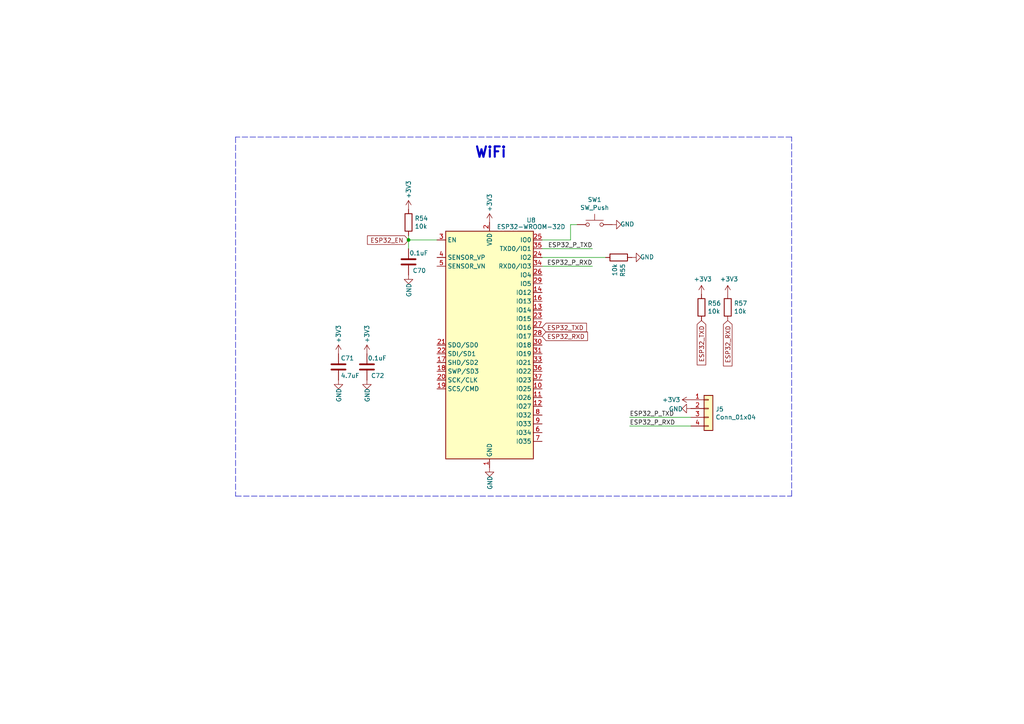
<source format=kicad_sch>
(kicad_sch (version 20211123) (generator eeschema)
  (paper "A4")
  (lib_symbols
    (symbol "Connector_Generic:Conn_01x04" (pin_names (offset 1.016) hide)
      (property "Reference" "J" (at 0 5.08 0))
      (property "Value" "Conn_01x04" (at 0 -7.62 0))
      (symbol "Conn_01x04_1_1"
        (rectangle (start -1.27 -4.953) (end 0 -5.207) (stroke (width 0.1524)))
        (rectangle (start -1.27 -2.413) (end 0 -2.667) (stroke (width 0.1524)))
        (rectangle (start -1.27 0.127) (end 0 -0.127) (stroke (width 0.1524)))
        (rectangle (start -1.27 2.667) (end 0 2.413) (stroke (width 0.1524)))
        (rectangle (start -1.27 3.81) (end 1.27 -6.35) (stroke (width 0.254)) (fill (type background)))
        (pin passive line (at -5.08 2.54 0) (length 3.81) (name "Pin_1") (number "1"))
        (pin passive line (at -5.08 0 0) (length 3.81) (name "Pin_2") (number "2"))
        (pin passive line (at -5.08 -2.54 0) (length 3.81) (name "Pin_3") (number "3"))
        (pin passive line (at -5.08 -5.08 0) (length 3.81) (name "Pin_4") (number "4"))
      )
    )
    (symbol "Device:C" (pin_numbers hide) (pin_names (offset 0.254))
      (property "Reference" "C" (at 0.635 2.54 0))
      (property "Value" "C" (at 0.635 -2.54 0))
      (symbol "C_0_1"
        (polyline (pts (xy -2.032 -0.762) (xy 2.032 -0.762)) (stroke (width 0.508)))
        (polyline (pts (xy -2.032 0.762) (xy 2.032 0.762)) (stroke (width 0.508)))
      )
      (symbol "C_1_1"
        (pin passive line (at 0 3.81 270) (length 2.794) (name "~") (number "1"))
        (pin passive line (at 0 -3.81 90) (length 2.794) (name "~") (number "2"))
      )
    )
    (symbol "Device:R" (pin_numbers hide) (pin_names (offset 0))
      (property "Reference" "R" (at 2.032 0 90))
      (property "Value" "R" (at 0 0 90))
      (symbol "R_0_1"
        (rectangle (start -1.016 -2.54) (end 1.016 2.54) (stroke (width 0.254)))
      )
      (symbol "R_1_1"
        (pin passive line (at 0 3.81 270) (length 1.27) (name "~") (number "1"))
        (pin passive line (at 0 -3.81 90) (length 1.27) (name "~") (number "2"))
      )
    )
    (symbol "RF_Module:ESP32-WROOM-32D"
      (property "Reference" "U" (at -12.7 34.29 0))
      (property "Value" "ESP32-WROOM-32D" (at 1.27 34.29 0))
      (symbol "ESP32-WROOM-32D_0_1"
        (rectangle (start -12.7 33.02) (end 12.7 -33.02) (stroke (width 0.254)) (fill (type background)))
      )
      (symbol "ESP32-WROOM-32D_1_1"
        (pin power_in line (at 0 -35.56 90) (length 2.54) (name "GND") (number "1"))
        (pin bidirectional line (at 15.24 -12.7 180) (length 2.54) (name "IO25") (number "10"))
        (pin bidirectional line (at 15.24 -15.24 180) (length 2.54) (name "IO26") (number "11"))
        (pin bidirectional line (at 15.24 -17.78 180) (length 2.54) (name "IO27") (number "12"))
        (pin bidirectional line (at 15.24 10.16 180) (length 2.54) (name "IO14") (number "13"))
        (pin bidirectional line (at 15.24 15.24 180) (length 2.54) (name "IO12") (number "14"))
        (pin passive line (at 0 -35.56 90) (length 2.54) hide (name "GND") (number "15"))
        (pin bidirectional line (at 15.24 12.7 180) (length 2.54) (name "IO13") (number "16"))
        (pin bidirectional line (at -15.24 -5.08 0) (length 2.54) (name "SHD/SD2") (number "17"))
        (pin bidirectional line (at -15.24 -7.62 0) (length 2.54) (name "SWP/SD3") (number "18"))
        (pin bidirectional line (at -15.24 -12.7 0) (length 2.54) (name "SCS/CMD") (number "19"))
        (pin power_in line (at 0 35.56 270) (length 2.54) (name "VDD") (number "2"))
        (pin bidirectional line (at -15.24 -10.16 0) (length 2.54) (name "SCK/CLK") (number "20"))
        (pin bidirectional line (at -15.24 0 0) (length 2.54) (name "SDO/SD0") (number "21"))
        (pin bidirectional line (at -15.24 -2.54 0) (length 2.54) (name "SDI/SD1") (number "22"))
        (pin bidirectional line (at 15.24 7.62 180) (length 2.54) (name "IO15") (number "23"))
        (pin bidirectional line (at 15.24 25.4 180) (length 2.54) (name "IO2") (number "24"))
        (pin bidirectional line (at 15.24 30.48 180) (length 2.54) (name "IO0") (number "25"))
        (pin bidirectional line (at 15.24 20.32 180) (length 2.54) (name "IO4") (number "26"))
        (pin bidirectional line (at 15.24 5.08 180) (length 2.54) (name "IO16") (number "27"))
        (pin bidirectional line (at 15.24 2.54 180) (length 2.54) (name "IO17") (number "28"))
        (pin bidirectional line (at 15.24 17.78 180) (length 2.54) (name "IO5") (number "29"))
        (pin input line (at -15.24 30.48 0) (length 2.54) (name "EN") (number "3"))
        (pin bidirectional line (at 15.24 0 180) (length 2.54) (name "IO18") (number "30"))
        (pin bidirectional line (at 15.24 -2.54 180) (length 2.54) (name "IO19") (number "31"))
        (pin no_connect line (at -12.7 -27.94 0) (length 2.54) hide (name "NC") (number "32"))
        (pin bidirectional line (at 15.24 -5.08 180) (length 2.54) (name "IO21") (number "33"))
        (pin bidirectional line (at 15.24 22.86 180) (length 2.54) (name "RXD0/IO3") (number "34"))
        (pin bidirectional line (at 15.24 27.94 180) (length 2.54) (name "TXD0/IO1") (number "35"))
        (pin bidirectional line (at 15.24 -7.62 180) (length 2.54) (name "IO22") (number "36"))
        (pin bidirectional line (at 15.24 -10.16 180) (length 2.54) (name "IO23") (number "37"))
        (pin passive line (at 0 -35.56 90) (length 2.54) hide (name "GND") (number "38"))
        (pin passive line (at 0 -35.56 90) (length 2.54) hide (name "GND") (number "39"))
        (pin input line (at -15.24 25.4 0) (length 2.54) (name "SENSOR_VP") (number "4"))
        (pin input line (at -15.24 22.86 0) (length 2.54) (name "SENSOR_VN") (number "5"))
        (pin input line (at 15.24 -25.4 180) (length 2.54) (name "IO34") (number "6"))
        (pin input line (at 15.24 -27.94 180) (length 2.54) (name "IO35") (number "7"))
        (pin bidirectional line (at 15.24 -20.32 180) (length 2.54) (name "IO32") (number "8"))
        (pin bidirectional line (at 15.24 -22.86 180) (length 2.54) (name "IO33") (number "9"))
      )
    )
    (symbol "Switch:SW_Push" (pin_numbers hide) (pin_names (offset 1.016) hide)
      (property "Reference" "SW" (at 1.27 2.54 0))
      (property "Value" "SW_Push" (at 0 -1.524 0))
      (symbol "SW_Push_0_1"
        (circle (center -2.032 0) (radius 0.508))
        (polyline (pts (xy 0 1.27) (xy 0 3.048)))
        (polyline (pts (xy 2.54 1.27) (xy -2.54 1.27)))
        (circle (center 2.032 0) (radius 0.508))
        (pin passive line (at -5.08 0 0) (length 2.54) (name "1") (number "1"))
        (pin passive line (at 5.08 0 180) (length 2.54) (name "2") (number "2"))
      )
    )
    (symbol "power:+3.3V" (power) (pin_names (offset 0))
      (property "Value" "+3.3V" (at 0 3.556 0))
      (symbol "+3.3V_0_1"
        (polyline (pts (xy -0.762 1.27) (xy 0 2.54)))
        (polyline (pts (xy 0 0) (xy 0 2.54)))
        (polyline (pts (xy 0 2.54) (xy 0.762 1.27)))
      )
      (symbol "+3.3V_1_1"
        (pin power_in line (at 0 0 90) (length 0) hide (name "+3V3") (number "1"))
      )
    )
    (symbol "power:GND" (power) (pin_names (offset 0))
      (property "Value" "GND" (at 0 -3.81 0))
      (symbol "GND_0_1"
        (polyline (pts (xy 0 0) (xy 0 -1.27) (xy 1.27 -1.27) (xy 0 -2.54) (xy -1.27 -1.27) (xy 0 -1.27)))
      )
      (symbol "GND_1_1"
        (pin power_in line (at 0 0 270) (length 0) hide (name "GND") (number "1"))
      )
    )
  )
  (junction (at 118.491 69.596))
  (wire (pts (xy 165.481 65.151) (xy 167.386 65.151)))
  (wire (pts (xy 157.226 74.676) (xy 175.641 74.676)))
  (polyline (pts (xy 68.326 39.751) (xy 68.326 143.891)))
  (wire (pts (xy 118.491 68.326) (xy 118.491 69.596)))
  (wire (pts (xy 126.746 69.596) (xy 118.491 69.596)))
  (wire (pts (xy 157.226 69.596) (xy 165.481 69.596)))
  (wire (pts (xy 165.481 69.596) (xy 165.481 65.151)))
  (wire (pts (xy 182.626 123.571) (xy 200.406 123.571)))
  (polyline (pts (xy 229.616 39.751) (xy 68.326 39.751)))
  (wire (pts (xy 157.226 72.136) (xy 171.831 72.136)))
  (polyline (pts (xy 229.616 143.891) (xy 229.616 39.751)))
  (polyline (pts (xy 68.326 143.891) (xy 229.616 143.891)))
  (wire (pts (xy 182.626 121.031) (xy 200.406 121.031)))
  (wire (pts (xy 118.491 69.596) (xy 118.491 72.136)))
  (wire (pts (xy 157.226 77.216) (xy 171.831 77.216)))
  (text "WiFi" (at 137.541 46.101 0) (effects (font (size 2.9972 2.9972) (thickness 0.5994) bold) (justify left bottom)))
  (label "ESP32_P_RXD" (at 171.831 77.216 180))
  (label "ESP32_P_TXD" (at 182.626 121.031 0))
  (label "ESP32_P_RXD" (at 182.626 123.571 0))
  (label "ESP32_P_TXD" (at 171.831 72.136 180))
  (global_label "ESP32_EN" (shape input) (at 118.491 69.6392 180) (property "Intersheet References" "${INTERSHEET_REFS}" (effects hide)))
  (global_label "ESP32_TXD" (shape input) (at 157.226 94.996 0) (property "Intersheet References" "${INTERSHEET_REFS}" (effects hide)))
  (global_label "ESP32_RXD" (shape input) (at 157.226 97.536 0) (property "Intersheet References" "${INTERSHEET_REFS}" (effects hide)))
  (global_label "ESP32_RXD" (shape input) (at 211.074 92.964 270) (property "Intersheet References" "${INTERSHEET_REFS}" (effects hide)))
  (global_label "ESP32_TXD" (shape input) (at 203.454 92.964 270) (property "Intersheet References" "${INTERSHEET_REFS}" (effects hide)))
  (symbol (lib_id "power:GND") (at 141.986 135.636 0) (unit 1)
    (property "Reference" "#PWR0284" (effects hide))
    (property "Value" "GND" (at 142.113 140.0302 90))
  )
  (symbol (lib_id "power:GND") (at 177.546 65.151 90) (unit 1)
    (property "Reference" "#PWR0283" (effects hide))
    (property "Value" "GND" (at 181.9402 65.024 90))
  )
  (symbol (lib_id "Connector_Generic:Conn_01x04") (at 205.486 118.491 0) (unit 1)
    (property "Reference" "J5" (at 207.518 118.6942 0) (effects (justify left)))
    (property "Value" "Conn_01x04" (at 207.518 121.0056 0) (effects (justify left)))
    (property "Footprint" "Connector_PinHeader_1.27mm:PinHeader_1x04_P1.27mm_Vertical" (effects hide))
  )
  (symbol (lib_id "Device:C") (at 106.426 106.426 180) (unit 1)
    (property "Reference" "C72" (at 111.506 108.966 0) (effects (justify left)))
    (property "Value" "0.1uF" (at 112.141 103.886 0) (effects (justify left)))
    (property "Footprint" "Capacitor_SMD:C_0603_1608Metric" (effects hide))
  )
  (symbol (lib_id "Device:R") (at 118.491 64.516 180) (unit 1)
    (property "Reference" "R54" (at 120.269 63.3476 0) (effects (justify right)))
    (property "Value" "10k" (at 120.269 65.659 0) (effects (justify right)))
    (property "Footprint" "Resistor_SMD:R_0603_1608Metric" (effects hide))
  )
  (symbol (lib_id "Device:R") (at 203.454 89.154 0) (unit 1)
    (property "Reference" "R56" (at 205.232 87.9856 0) (effects (justify left)))
    (property "Value" "10k" (at 205.232 90.297 0) (effects (justify left)))
    (property "Footprint" "Resistor_SMD:R_0603_1608Metric" (effects hide))
  )
  (symbol (lib_id "Switch:SW_Push") (at 172.466 65.151 0) (unit 1)
    (property "Reference" "SW1" (at 172.466 57.912 0))
    (property "Value" "SW_Push" (at 172.466 60.2234 0))
    (property "Footprint" "Button_Switch_SMD:SW_SPST_CK_RS282G05A3" (effects hide))
  )
  (symbol (lib_id "power:GND") (at 106.426 110.236 0) (unit 1)
    (property "Reference" "#PWR0285" (effects hide))
    (property "Value" "GND" (at 106.553 114.6302 90))
  )
  (symbol (lib_id "Device:C") (at 98.171 106.426 0) (unit 1)
    (property "Reference" "C71" (at 98.806 103.886 0) (effects (justify left)))
    (property "Value" "4.7uF" (at 98.806 108.966 0) (effects (justify left)))
    (property "Footprint" "Capacitor_SMD:C_0805_2012Metric" (effects hide))
  )
  (symbol (lib_id "power:+3.3V") (at 118.491 60.706 0) (unit 1)
    (property "Reference" "#PWR0275" (effects hide))
    (property "Value" "+3.3V" (at 118.491 54.991 90))
  )
  (symbol (lib_id "power:GND") (at 183.261 74.676 90) (unit 1)
    (property "Reference" "#PWR0281" (effects hide))
    (property "Value" "GND" (at 187.6552 74.549 90))
  )
  (symbol (lib_id "power:+3.3V") (at 106.426 102.616 0) (unit 1)
    (property "Reference" "#PWR0279" (effects hide))
    (property "Value" "+3.3V" (at 106.426 96.901 90))
  )
  (symbol (lib_id "power:+3.3V") (at 203.454 85.344 0) (unit 1)
    (property "Reference" "#PWR0280" (effects hide))
    (property "Value" "+3.3V" (at 203.835 80.9498 0))
  )
  (symbol (lib_id "power:+3.3V") (at 141.986 64.516 0) (unit 1)
    (property "Reference" "#PWR0274" (effects hide))
    (property "Value" "+3.3V" (at 141.986 58.801 90))
  )
  (symbol (lib_id "power:GND") (at 118.491 79.756 0) (unit 1)
    (property "Reference" "#PWR0277" (effects hide))
    (property "Value" "GND" (at 118.618 84.1502 90))
  )
  (symbol (lib_id "power:+3.3V") (at 98.171 102.616 0) (unit 1)
    (property "Reference" "#PWR0278" (effects hide))
    (property "Value" "+3.3V" (at 98.171 96.901 90))
  )
  (symbol (lib_id "Device:R") (at 211.074 89.154 0) (unit 1)
    (property "Reference" "R57" (at 212.852 87.9856 0) (effects (justify left)))
    (property "Value" "10k" (at 212.852 90.297 0) (effects (justify left)))
    (property "Footprint" "Resistor_SMD:R_0603_1608Metric" (effects hide))
  )
  (symbol (lib_id "power:GND") (at 200.406 118.491 270) (unit 1)
    (property "Reference" "#PWR0287" (effects hide))
    (property "Value" "GND" (at 196.0118 118.618 90))
  )
  (symbol (lib_id "power:+3.3V") (at 211.074 85.344 0) (unit 1)
    (property "Reference" "#PWR0282" (effects hide))
    (property "Value" "+3.3V" (at 211.455 80.9498 0))
  )
  (symbol (lib_id "RF_Module:ESP32-WROOM-32D") (at 141.986 100.076 0) (unit 1)
    (property "Reference" "U8" (at 154.051 63.881 0))
    (property "Value" "ESP32-WROOM-32D" (at 154.051 65.786 0))
    (property "Footprint" "Footprint:ESP32-WROOM-32D" (effects hide))
    (property "Datasheet" "https://www.espressif.com/sites/default/files/documentation/esp32-wroom-32d_esp32-wroom-32u_datasheet_en.pdf" (effects hide))
  )
  (symbol (lib_id "Device:C") (at 118.491 75.946 180) (unit 1)
    (property "Reference" "C70" (at 123.571 78.486 0) (effects (justify left)))
    (property "Value" "0.1uF" (at 124.206 73.406 0) (effects (justify left)))
    (property "Footprint" "Capacitor_SMD:C_0603_1608Metric" (effects hide))
  )
  (symbol (lib_id "power:GND") (at 98.171 110.236 0) (unit 1)
    (property "Reference" "#PWR0276" (effects hide))
    (property "Value" "GND" (at 98.298 114.6302 90))
  )
  (symbol (lib_id "power:+3.3V") (at 200.406 115.951 90) (unit 1)
    (property "Reference" "#PWR0286" (effects hide))
    (property "Value" "+3.3V" (at 194.691 115.951 90))
  )
  (symbol (lib_id "Device:R") (at 179.451 74.676 90) (unit 1)
    (property "Reference" "R55" (at 180.6194 76.454 0) (effects (justify right)))
    (property "Value" "10k" (at 178.308 76.454 0) (effects (justify right)))
    (property "Footprint" "Resistor_SMD:R_0603_1608Metric" (effects hide))
  )
)
</source>
